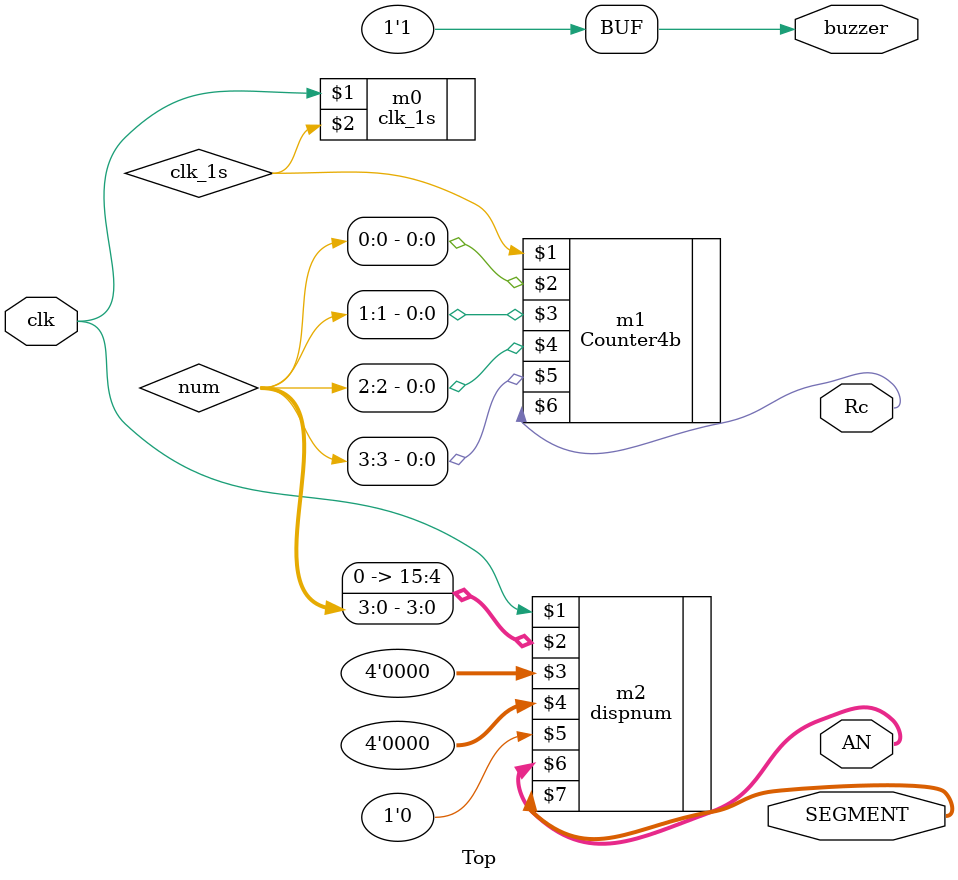
<source format=v>
`timescale 1ns / 1ps
module Top(
	 input wire clk,
	 output wire buzzer,
	  output wire [7:0]SEGMENT,
	  output wire Rc,
	  output wire [3:0]AN
    );
	 wire clk_1s;
	 wire [3:0]num;
	 assign buzzer=1;
clk_1s m0(clk,clk_1s);
Counter4b m1(clk_1s,num[0],num[1],num[2],num[3],Rc);
dispnum m2(clk,{12'b0,num},4'b0,4'b0,1'b0,AN,SEGMENT);
endmodule

</source>
